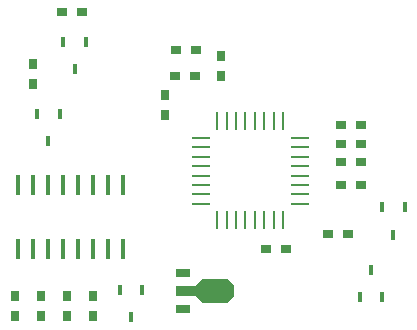
<source format=gbr>
%TF.GenerationSoftware,Novarm,DipTrace,3.0.0.2*%
%TF.CreationDate,2017-04-09T13:10:18+02:00*%
%FSLAX26Y26*%
%MOIN*%
%TF.FileFunction,Paste,Bot*%
%TF.Part,Single*%
%AMOUTLINE2*
4,1,10,
-0.096378,0.015669,
-0.031801,0.015669,
-0.008179,0.039291,
0.075108,0.039291,
0.096378,0.018022,
0.096378,-0.018022,
0.075108,-0.039291,
-0.008179,-0.039291,
-0.031801,-0.015669,
-0.096378,-0.015669,
-0.096378,0.015669,
0*%
%ADD47R,0.015591X0.070709*%
%ADD49R,0.058898X0.011654*%
%ADD51R,0.011654X0.058898*%
%ADD57R,0.051024X0.031339*%
%ADD59R,0.017559X0.033307*%
%ADD71R,0.031339X0.035276*%
%ADD73R,0.035276X0.031339*%
%ADD82OUTLINE2*%
G75*
G01*
%LPD*%
D73*
X1614587Y919016D3*
X1681516D3*
X1106516Y1531516D3*
X1173445D3*
D71*
X1069016Y1381516D3*
Y1314587D3*
D73*
X1406516Y869016D3*
X1473445D3*
D71*
X569016Y644016D3*
Y710945D3*
X656516Y644016D3*
Y710945D3*
X744016Y644016D3*
Y710945D3*
D59*
X731713Y1559567D3*
X806516D3*
X769114Y1469016D3*
X1794016Y1006516D3*
X1868819D3*
X1831417Y915965D3*
X644016Y1319016D3*
X718819D3*
X681417Y1228465D3*
X1794016Y706516D3*
X1719213D3*
X1756614Y797067D3*
X919016Y731516D3*
X993819D3*
X956417Y640965D3*
D71*
X831516Y644016D3*
Y710945D3*
D57*
X1131516Y669016D3*
D82*
X1202382Y728071D3*
D57*
X1131516Y787126D3*
D73*
X794016Y1656516D3*
X727087D3*
X1656516Y1081516D3*
X1723445D3*
X1656516Y1281516D3*
X1723445D3*
D71*
X631516Y1419016D3*
Y1485945D3*
D73*
X1656516Y1219016D3*
X1723445D3*
X1656516Y1156516D3*
X1723445D3*
X1169016Y1444016D3*
X1102087D3*
D51*
X1244016Y1294016D3*
X1275512D3*
X1307008D3*
X1338504D3*
X1370000D3*
X1401496D3*
X1432992D3*
X1464488D3*
D49*
X1519606Y1238898D3*
Y1207402D3*
Y1175906D3*
Y1144409D3*
Y1112913D3*
Y1081417D3*
Y1049921D3*
Y1018425D3*
D51*
X1464488Y963307D3*
X1432992D3*
X1401496D3*
X1370000D3*
X1338504D3*
X1307008D3*
X1275512D3*
X1244016D3*
D49*
X1188898Y1018425D3*
Y1049921D3*
Y1081417D3*
Y1112913D3*
Y1144409D3*
Y1175906D3*
Y1207402D3*
Y1238898D3*
D71*
X1256516Y1444016D3*
Y1510945D3*
D47*
X581516Y1081516D3*
X631516D3*
X681516D3*
X731516D3*
X781516D3*
X831516D3*
X881516D3*
X931516D3*
Y868917D3*
X881516D3*
X831516D3*
X781516D3*
X731516D3*
X681516D3*
X631516D3*
X581516D3*
M02*

</source>
